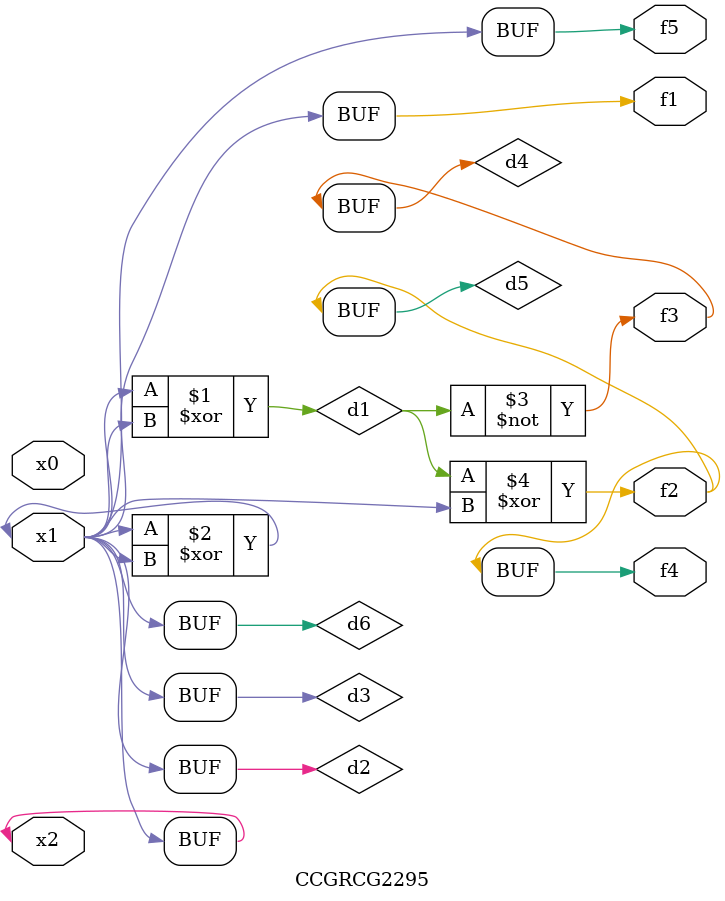
<source format=v>
module CCGRCG2295(
	input x0, x1, x2,
	output f1, f2, f3, f4, f5
);

	wire d1, d2, d3, d4, d5, d6;

	xor (d1, x1, x2);
	buf (d2, x1, x2);
	xor (d3, x1, x2);
	nor (d4, d1);
	xor (d5, d1, d2);
	buf (d6, d2, d3);
	assign f1 = d6;
	assign f2 = d5;
	assign f3 = d4;
	assign f4 = d5;
	assign f5 = d6;
endmodule

</source>
